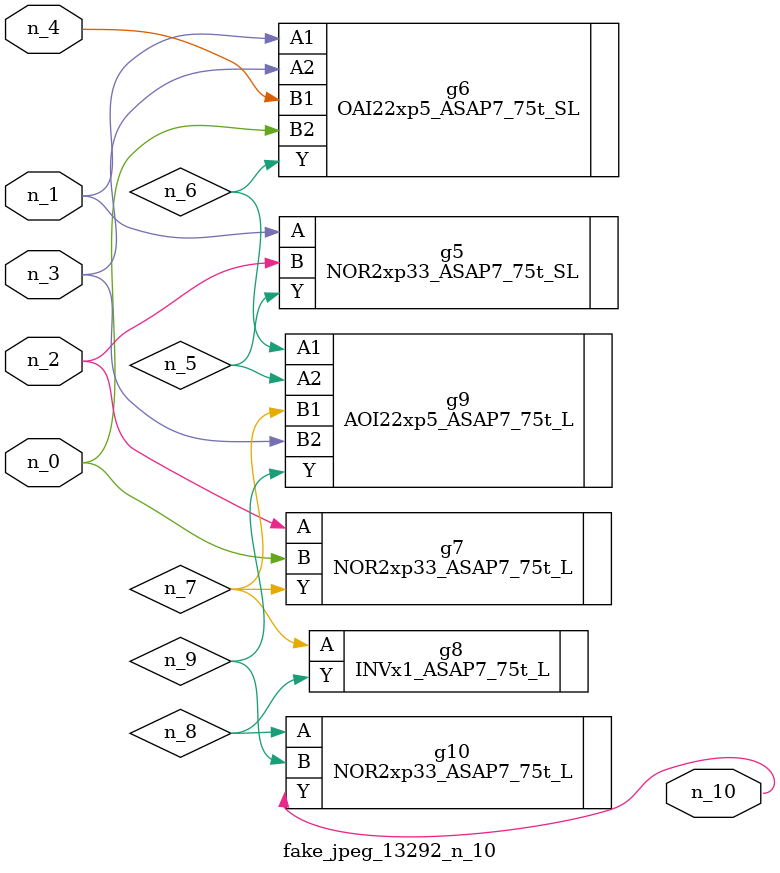
<source format=v>
module fake_jpeg_13292_n_10 (n_3, n_2, n_1, n_0, n_4, n_10);

input n_3;
input n_2;
input n_1;
input n_0;
input n_4;

output n_10;

wire n_8;
wire n_9;
wire n_6;
wire n_5;
wire n_7;

NOR2xp33_ASAP7_75t_SL g5 ( 
.A(n_1),
.B(n_2),
.Y(n_5)
);

OAI22xp5_ASAP7_75t_SL g6 ( 
.A1(n_1),
.A2(n_3),
.B1(n_4),
.B2(n_0),
.Y(n_6)
);

NOR2xp33_ASAP7_75t_L g7 ( 
.A(n_2),
.B(n_0),
.Y(n_7)
);

INVx1_ASAP7_75t_L g8 ( 
.A(n_7),
.Y(n_8)
);

NOR2xp33_ASAP7_75t_L g10 ( 
.A(n_8),
.B(n_9),
.Y(n_10)
);

AOI22xp5_ASAP7_75t_L g9 ( 
.A1(n_6),
.A2(n_5),
.B1(n_7),
.B2(n_3),
.Y(n_9)
);


endmodule
</source>
